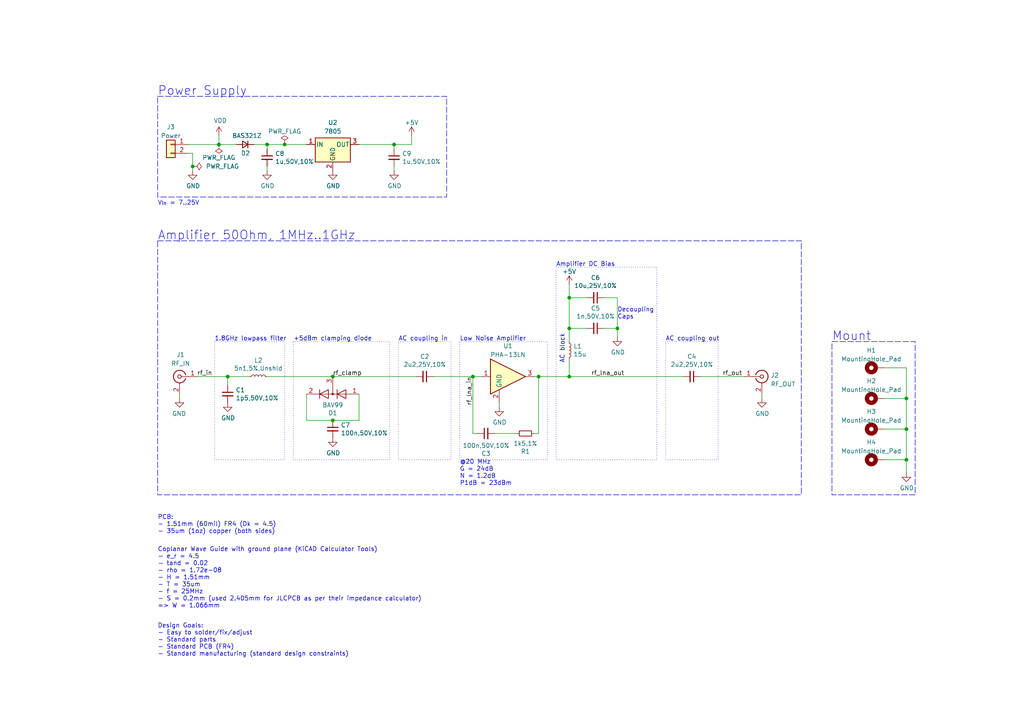
<source format=kicad_sch>
(kicad_sch (version 20230121) (generator eeschema)
  (paper "A4")
  (title_block (title "Low-noise RF Preamplifier") (date "2023-05-15") (rev "1") (company "ETH Zürich") (comment 1 "Maximilian Stabel") (comment 2 "https://www.minicircuits.com/pdfs/PHA-13LN+.pdf") (comment 3 "https://rflab.martinos.org/index.php?title=Low-noise_RF_Preamplifier") (comment 4 "Based on martinos rflab and recommended circuit"))
  (lib_symbols
    (symbol "Connector:Conn_Coaxial" (pin_names (offset 1.016) hide)
      (property "Reference" "J" (at 0.254 3.048 0))
      (property "Value" "Conn_Coaxial" (at 2.921 0 90))
      (symbol "Conn_Coaxial_0_1"
        (arc (start -1.778 -0.508) (mid 0.2311 -1.8066) (end 1.778 0) (stroke (width 0.254)))
        (polyline (pts (xy -2.54 0) (xy -0.508 0)))
        (polyline (pts (xy 0 -2.54) (xy 0 -1.778)))
        (circle (center 0 0) (radius 0.508) (stroke (width 0.2032)))
        (arc (start 1.778 0) (mid 0.2099 1.8101) (end -1.778 0.508) (stroke (width 0.254)))
      )
      (symbol "Conn_Coaxial_1_1"
        (pin passive line (at -5.08 0 0) (length 2.54) (name "In") (number "1"))
        (pin passive line (at 0 -5.08 90) (length 2.54) (name "Ext") (number "2"))
      )
    )
    (symbol "Connector_Generic:Conn_01x02" (pin_names (offset 1.016) hide)
      (property "Reference" "J" (at 0 2.54 0))
      (property "Value" "Conn_01x02" (at 0 -5.08 0))
      (symbol "Conn_01x02_1_1"
        (rectangle (start -1.27 -2.413) (end 0 -2.667) (stroke (width 0.1524)))
        (rectangle (start -1.27 0.127) (end 0 -0.127) (stroke (width 0.1524)))
        (rectangle (start -1.27 1.27) (end 1.27 -3.81) (stroke (width 0.254)) (fill (type background)))
        (pin passive line (at -5.08 0 0) (length 3.81) (name "Pin_1") (number "1"))
        (pin passive line (at -5.08 -2.54 0) (length 3.81) (name "Pin_2") (number "2"))
      )
    )
    (symbol "Device:C_Small" (pin_numbers hide) (pin_names (offset 0.254) hide)
      (property "Reference" "C" (at 0.254 1.778 0))
      (property "Value" "C_Small" (at 0.254 -2.032 0))
      (symbol "C_Small_0_1"
        (polyline (pts (xy -1.524 -0.508) (xy 1.524 -0.508)) (stroke (width 0.3302)))
        (polyline (pts (xy -1.524 0.508) (xy 1.524 0.508)) (stroke (width 0.3048)))
      )
      (symbol "C_Small_1_1"
        (pin passive line (at 0 2.54 270) (length 2.032) (name "~") (number "1"))
        (pin passive line (at 0 -2.54 90) (length 2.032) (name "~") (number "2"))
      )
    )
    (symbol "Device:D_Small" (pin_numbers hide) (pin_names (offset 0.254) hide)
      (property "Reference" "D" (at -1.27 2.032 0))
      (property "Value" "D_Small" (at -3.81 -2.032 0))
      (symbol "D_Small_0_1"
        (polyline (pts (xy -0.762 -1.016) (xy -0.762 1.016)) (stroke (width 0.254)))
        (polyline (pts (xy -0.762 0) (xy 0.762 0)))
        (polyline (pts (xy 0.762 -1.016) (xy -0.762 0) (xy 0.762 1.016) (xy 0.762 -1.016)) (stroke (width 0.254)))
      )
      (symbol "D_Small_1_1"
        (pin passive line (at -2.54 0 0) (length 1.778) (name "K") (number "1"))
        (pin passive line (at 2.54 0 180) (length 1.778) (name "A") (number "2"))
      )
    )
    (symbol "Device:L_Small" (pin_numbers hide) (pin_names (offset 0.254) hide)
      (property "Reference" "L" (at 0.762 1.016 0))
      (property "Value" "L_Small" (at 0.762 -1.016 0))
      (symbol "L_Small_0_1"
        (arc (start 0 -2.032) (mid 0.5058 -1.524) (end 0 -1.016))
        (arc (start 0 -1.016) (mid 0.5058 -0.508) (end 0 0))
        (arc (start 0 0) (mid 0.5058 0.508) (end 0 1.016))
        (arc (start 0 1.016) (mid 0.5058 1.524) (end 0 2.032))
      )
      (symbol "L_Small_1_1"
        (pin passive line (at 0 2.54 270) (length 0.508) (name "~") (number "1"))
        (pin passive line (at 0 -2.54 90) (length 0.508) (name "~") (number "2"))
      )
    )
    (symbol "Device:R_Small" (pin_numbers hide) (pin_names (offset 0.254) hide)
      (property "Reference" "R" (at 0.762 0.508 0))
      (property "Value" "R_Small" (at 0.762 -1.016 0))
      (symbol "R_Small_0_1"
        (rectangle (start -0.762 1.778) (end 0.762 -1.778) (stroke (width 0.2032)))
      )
      (symbol "R_Small_1_1"
        (pin passive line (at 0 2.54 270) (length 0.762) (name "~") (number "1"))
        (pin passive line (at 0 -2.54 90) (length 0.762) (name "~") (number "2"))
      )
    )
    (symbol "Diode:BAV99" (pin_names hide)
      (property "Reference" "D" (at 0 5.08 0))
      (property "Value" "BAV99" (at 0 2.54 0))
      (symbol "BAV99_0_1"
        (polyline (pts (xy -5.08 0) (xy 5.08 0)))
      )
      (symbol "BAV99_1_1"
        (polyline (pts (xy 0 0) (xy 0 -2.54)))
        (polyline (pts (xy -1.27 -1.27) (xy -1.27 1.27) (xy -1.27 1.27)) (stroke (width 0.2032)))
        (polyline (pts (xy 3.81 1.27) (xy 3.81 -1.27) (xy 3.81 -1.27)) (stroke (width 0.2032)))
        (polyline (pts (xy -3.81 1.27) (xy -1.27 0) (xy -3.81 -1.27) (xy -3.81 1.27) (xy -3.81 1.27) (xy -3.81 1.27)) (stroke (width 0.2032)))
        (polyline (pts (xy 1.27 1.27) (xy 3.81 0) (xy 1.27 -1.27) (xy 1.27 1.27) (xy 1.27 1.27) (xy 1.27 1.27)) (stroke (width 0.2032)))
        (circle (center 0 0) (radius 0.254) (fill (type outline)))
        (pin passive line (at -7.62 0 0) (length 2.54) (name "K") (number "1"))
        (pin passive line (at 7.62 0 180) (length 2.54) (name "A") (number "2"))
        (pin passive line (at 0 -5.08 90) (length 2.54) (name "K") (number "3"))
      )
    )
    (symbol "Mechanical:MountingHole_Pad" (pin_numbers hide) (pin_names (offset 1.016) hide)
      (property "Reference" "H" (at 0 6.35 0))
      (property "Value" "MountingHole_Pad" (at 0 4.445 0))
      (symbol "MountingHole_Pad_0_1"
        (circle (center 0 1.27) (radius 1.27) (stroke (width 1.27)))
      )
      (symbol "MountingHole_Pad_1_1"
        (pin input line (at 0 -2.54 90) (length 2.54) (name "1") (number "1"))
      )
    )
    (symbol "RF_Amplifier:PHA-13LN"
      (property "Reference" "U" (at -1.27 7.62 0))
      (property "Value" "PHA-13LN" (at 2.54 5.08 0))
      (symbol "PHA-13LN_0_1"
        (polyline (pts (xy 5.08 0) (xy -5.08 5.08) (xy -5.08 -5.08) (xy 5.08 0)) (stroke (width 0.254)) (fill (type background)))
      )
      (symbol "PHA-13LN_1_1"
        (pin input line (at -7.62 0 0) (length 2.54) (name "~") (number "1"))
        (pin power_in line (at -2.54 -7.62 90) (length 3.81) (name "GND") (number "2"))
        (pin output line (at 7.62 0 180) (length 2.54) (name "~") (number "3"))
      )
    )
    (symbol "Regulator_Linear:L7805" (pin_names (offset 0.254))
      (property "Reference" "U" (at -3.81 3.175 0))
      (property "Value" "L7805" (at 0 3.175 0))
      (symbol "L7805_0_1"
        (rectangle (start -5.08 1.905) (end 5.08 -5.08) (stroke (width 0.254)) (fill (type background)))
      )
      (symbol "L7805_1_1"
        (pin power_in line (at -7.62 0 0) (length 2.54) (name "IN") (number "1"))
        (pin power_in line (at 0 -7.62 90) (length 2.54) (name "GND") (number "2"))
        (pin power_out line (at 7.62 0 180) (length 2.54) (name "OUT") (number "3"))
      )
    )
    (symbol "power:+5V" (power) (pin_names (offset 0))
      (property "Value" "+5V" (at 0 3.556 0))
      (symbol "+5V_0_1"
        (polyline (pts (xy -0.762 1.27) (xy 0 2.54)))
        (polyline (pts (xy 0 0) (xy 0 2.54)))
        (polyline (pts (xy 0 2.54) (xy 0.762 1.27)))
      )
      (symbol "+5V_1_1"
        (pin power_in line (at 0 0 90) (length 0) hide (name "+5V") (number "1"))
      )
    )
    (symbol "power:GND" (power) (pin_names (offset 0))
      (property "Value" "GND" (at 0 -3.81 0))
      (symbol "GND_0_1"
        (polyline (pts (xy 0 0) (xy 0 -1.27) (xy 1.27 -1.27) (xy 0 -2.54) (xy -1.27 -1.27) (xy 0 -1.27)))
      )
      (symbol "GND_1_1"
        (pin power_in line (at 0 0 270) (length 0) hide (name "GND") (number "1"))
      )
    )
    (symbol "power:PWR_FLAG" (power) (pin_numbers hide) (pin_names (offset 0) hide)
      (property "Value" "PWR_FLAG" (at 0 3.81 0))
      (symbol "PWR_FLAG_0_0"
        (pin power_out line (at 0 0 90) (length 0) (name "pwr") (number "1"))
      )
      (symbol "PWR_FLAG_0_1"
        (polyline (pts (xy 0 0) (xy 0 1.27) (xy -1.016 1.905) (xy 0 2.54) (xy 1.016 1.905) (xy 0 1.27)))
      )
    )
    (symbol "power:VDD" (power) (pin_names (offset 0))
      (property "Value" "VDD" (at 0 3.81 0))
      (symbol "VDD_0_1"
        (polyline (pts (xy -0.762 1.27) (xy 0 2.54)))
        (polyline (pts (xy 0 0) (xy 0 2.54)))
        (polyline (pts (xy 0 2.54) (xy 0.762 1.27)))
      )
      (symbol "VDD_1_1"
        (pin power_in line (at 0 0 90) (length 0) hide (name "VDD") (number "1"))
      )
    )
  )
  (junction (at 165.1 109.22))
  (junction (at 262.89 115.57))
  (junction (at 96.52 109.22))
  (junction (at 82.55 41.91))
  (junction (at 77.47 41.91))
  (junction (at 179.07 95.25))
  (junction (at 137.16 109.22))
  (junction (at 165.1 95.25))
  (junction (at 156.21 109.22))
  (junction (at 55.88 48.26))
  (junction (at 262.89 133.35))
  (junction (at 66.04 109.22))
  (junction (at 262.89 124.46))
  (junction (at 96.52 121.92))
  (junction (at 114.3 41.91))
  (junction (at 165.1 86.36))
  (junction (at 63.5 41.91))
  (wire (pts (xy 63.5 39.37) (xy 63.5 41.91)))
  (wire (pts (xy 156.21 125.73) (xy 156.21 109.22)))
  (wire (pts (xy 203.2 109.22) (xy 215.9 109.22)))
  (wire (pts (xy 179.07 86.36) (xy 179.07 95.25)))
  (wire (pts (xy 165.1 99.06) (xy 165.1 95.25)))
  (wire (pts (xy 262.89 106.68) (xy 262.89 115.57)))
  (wire (pts (xy 96.52 121.92) (xy 88.9 121.92)))
  (wire (pts (xy 96.52 109.22) (xy 120.65 109.22)))
  (wire (pts (xy 165.1 109.22) (xy 198.12 109.22)))
  (wire (pts (xy 66.04 109.22) (xy 66.04 111.76)))
  (wire (pts (xy 165.1 86.36) (xy 170.18 86.36)))
  (wire (pts (xy 256.54 133.35) (xy 262.89 133.35)))
  (wire (pts (xy 125.73 109.22) (xy 137.16 109.22)))
  (wire (pts (xy 137.16 109.22) (xy 139.7 109.22)))
  (wire (pts (xy 165.1 109.22) (xy 156.21 109.22)))
  (wire (pts (xy 220.98 114.3) (xy 220.98 115.57)))
  (wire (pts (xy 138.43 125.73) (xy 137.16 125.73)))
  (wire (pts (xy 262.89 115.57) (xy 262.89 124.46)))
  (wire (pts (xy 77.47 49.53) (xy 77.47 48.26)))
  (wire (pts (xy 82.55 41.91) (xy 88.9 41.91)))
  (wire (pts (xy 114.3 49.53) (xy 114.3 48.26)))
  (wire (pts (xy 165.1 95.25) (xy 170.18 95.25)))
  (wire (pts (xy 165.1 104.14) (xy 165.1 109.22)))
  (wire (pts (xy 77.47 43.18) (xy 77.47 41.91)))
  (wire (pts (xy 165.1 82.55) (xy 165.1 86.36)))
  (wire (pts (xy 256.54 115.57) (xy 262.89 115.57)))
  (wire (pts (xy 144.78 118.11) (xy 144.78 116.84)))
  (wire (pts (xy 143.51 125.73) (xy 149.86 125.73)))
  (wire (pts (xy 63.5 41.91) (xy 68.58 41.91)))
  (wire (pts (xy 256.54 106.68) (xy 262.89 106.68)))
  (wire (pts (xy 119.38 41.91) (xy 114.3 41.91)))
  (wire (pts (xy 55.88 48.26) (xy 55.88 44.45)))
  (wire (pts (xy 179.07 95.25) (xy 179.07 97.79)))
  (wire (pts (xy 175.26 86.36) (xy 179.07 86.36)))
  (wire (pts (xy 57.15 109.22) (xy 66.04 109.22)))
  (wire (pts (xy 156.21 109.22) (xy 154.94 109.22)))
  (wire (pts (xy 73.66 41.91) (xy 77.47 41.91)))
  (wire (pts (xy 154.94 125.73) (xy 156.21 125.73)))
  (wire (pts (xy 119.38 39.37) (xy 119.38 41.91)))
  (wire (pts (xy 114.3 43.18) (xy 114.3 41.91)))
  (wire (pts (xy 137.16 125.73) (xy 137.16 109.22)))
  (wire (pts (xy 77.47 109.22) (xy 96.52 109.22)))
  (wire (pts (xy 52.07 114.3) (xy 52.07 115.57)))
  (wire (pts (xy 66.04 109.22) (xy 72.39 109.22)))
  (wire (pts (xy 77.47 41.91) (xy 82.55 41.91)))
  (wire (pts (xy 104.14 114.3) (xy 104.14 121.92)))
  (wire (pts (xy 262.89 133.35) (xy 262.89 137.16)))
  (wire (pts (xy 165.1 95.25) (xy 165.1 86.36)))
  (wire (pts (xy 262.89 124.46) (xy 262.89 133.35)))
  (wire (pts (xy 88.9 121.92) (xy 88.9 114.3)))
  (wire (pts (xy 175.26 95.25) (xy 179.07 95.25)))
  (wire (pts (xy 55.88 44.45) (xy 54.61 44.45)))
  (wire (pts (xy 104.14 41.91) (xy 114.3 41.91)))
  (wire (pts (xy 104.14 121.92) (xy 96.52 121.92)))
  (wire (pts (xy 54.61 41.91) (xy 63.5 41.91)))
  (wire (pts (xy 55.88 49.53) (xy 55.88 48.26)))
  (wire (pts (xy 256.54 124.46) (xy 262.89 124.46)))
  (rectangle (start 62.23 99.06) (end 82.55 133.35) (stroke (width 0) (type dot)))
  (rectangle (start 115.57 99.06) (end 130.81 133.35) (stroke (width 0) (type dot)))
  (rectangle (start 85.09 99.06) (end 113.03 133.35) (stroke (width 0) (type dot)))
  (rectangle (start 45.72 69.85) (end 232.41 143.51) (stroke (width 0) (type dash)))
  (rectangle (start 193.04 99.06) (end 208.28 133.35) (stroke (width 0) (type dot)))
  (rectangle (start 241.3 99.06) (end 265.43 143.51) (stroke (width 0) (type dash)))
  (rectangle (start 161.29 77.47) (end 190.5 133.35) (stroke (width 0) (type dot)))
  (rectangle (start 133.35 99.06) (end 158.75 133.35) (stroke (width 0) (type dot)))
  (rectangle (start 45.72 27.94) (end 129.54 57.15) (stroke (width 0) (type dash)))
  (text "Design Goals:\n- Easy to solder/fix/adjust\n- Standard parts\n- Standard PCB (FR4)\n- Standard manufacturing (standard design constraints)" (at 45.72 190.5 0) (effects (font (size 1.27 1.27)) (justify left bottom)))
  (text "Amplifier 50Ohm, 1MHz..1GHz" (at 45.72 69.85 0) (effects (font (size 2.54 2.54)) (justify left bottom)))
  (text "Amplifier DC Bias" (at 161.29 77.47 0) (effects (font (size 1.27 1.27)) (justify left bottom)))
  (text "V_{in} = 7..25V" (at 45.72 59.69 0) (effects (font (size 1.27 1.27)) (justify left bottom)))
  (text "+5dBm clamping diode" (at 85.09 99.06 0) (effects (font (size 1.27 1.27)) (justify left bottom)))
  (text "@20 MHz\nG = 24dB\nN = 1.2dB\nP1dB = 23dBm\n" (at 133.35 140.97 0) (effects (font (size 1.27 1.27)) (justify left bottom)))
  (text "AC block" (at 163.83 105.41 90) (effects (font (size 1.27 1.27)) (justify left bottom)))
  (text "AC coupling in" (at 115.57 99.06 0) (effects (font (size 1.27 1.27)) (justify left bottom)))
  (text "Low Noise Amplifier" (at 133.35 99.06 0) (effects (font (size 1.27 1.27)) (justify left bottom)))
  (text "Decoupling\nCaps" (at 179.07 92.71 0) (effects (font (size 1.27 1.27)) (justify left bottom)))
  (text "Power Supply" (at 45.72 27.94 0) (effects (font (size 2.54 2.54)) (justify left bottom)))
  (text "AC coupling out" (at 193.04 99.06 0) (effects (font (size 1.27 1.27)) (justify left bottom)))
  (text "1.8GHz lowpass filter" (at 62.23 99.06 0) (effects (font (size 1.27 1.27)) (justify left bottom)))
  (text "Mount" (at 241.3 99.06 0) (effects (font (size 2.54 2.54)) (justify left bottom)))
  (text "PCB:\n- 1.51mm (60mil) FR4 (Dk = 4.5)\n- 35um (1oz) copper (both sides)" (at 45.72 154.94 0) (effects (font (size 1.27 1.27)) (justify left bottom)))
  (text "Coplanar Wave Guide with ground plane (KiCAD Calculator Tools)\n- e_r = 4.5\n- tand = 0.02\n- rho = 1.72e-08\n- H = 1.51mm\n- T = 35um\n- f = 25MHz\n- S = 0.2mm (used 2.405mm for JLCPCB as per their impedance calculator)\n=> W = 1.066mm" (at 45.72 176.53 0) (effects (font (size 1.27 1.27)) (justify left bottom)))
  (label "rf_lna_in" (at 137.16 109.22 270))
  (label "rf_clamp" (at 96.52 109.22 0))
  (label "rf_lna_out" (at 171.45 109.22 0))
  (label "rf_in" (at 57.15 109.22 0))
  (label "rf_out" (at 209.55 109.22 0))
  (symbol (lib_id "power:GND") (at 144.78 118.11 0) (unit 1)
    (property "Reference" "#PWR0101" (effects hide))
    (property "Value" "GND" (at 144.907 122.5042 0))
  )
  (symbol (lib_id "Device:C_Small") (at 140.97 125.73 90) (unit 1)
    (property "Reference" "C3" (at 140.97 131.5466 90))
    (property "Value" "100n,50V,10%" (at 140.97 129.2352 90))
    (property "Footprint" "Capacitor_SMD:C_0805_2012Metric" (effects hide))
    (property "Datasheet" "https://www.mouser.ch/datasheet/2/585/MLCC-1837944.pdf" (effects hide))
    (property "MPN" "CL21B104KBCNNNC" (effects hide))
    (property "Mouser" "187-CL21B104KBCNNNC" (effects hide))
  )
  (symbol (lib_id "Device:R_Small") (at 152.4 125.73 90) (unit 1)
    (property "Reference" "R1" (at 152.4 130.937 90))
    (property "Value" "1k5,1%" (at 152.4 128.6256 90))
    (property "Footprint" "Resistor_SMD:R_0805_2012Metric" (effects hide))
    (property "Datasheet" "https://www.mouser.ch/datasheet/2/447/PYu_RT_1_to_0_01_RoHS_L_12-3003070.pdf" (effects hide))
    (property "MPN" "RT0805FRE101K5L" (effects hide))
    (property "Mouser" "603-RT0805FRE101K5L" (effects hide))
  )
  (symbol (lib_id "Device:C_Small") (at 123.19 109.22 270) (unit 1)
    (property "Reference" "C2" (at 123.19 103.4034 90))
    (property "Value" "2u2,25V,10%" (at 123.19 105.7148 90))
    (property "Footprint" "Capacitor_SMD:C_0805_2012Metric" (effects hide))
    (property "Datasheet" "https://www.mouser.ch/datasheet/2/585/MLCC-1837944.pdf" (effects hide))
    (property "MPN" "CL21A225KAFNNNG" (effects hide))
    (property "Mouser" "187-CL21A225KAFNNNG" (effects hide))
  )
  (symbol (lib_id "Device:C_Small") (at 66.04 114.3 0) (unit 1)
    (property "Reference" "C1" (at 68.3768 113.1316 0) (effects (justify left)))
    (property "Value" "1p5,50V,10%" (at 68.3768 115.443 0) (effects (justify left)))
    (property "Footprint" "Capacitor_SMD:C_0805_2012Metric" (effects hide))
    (property "Datasheet" "https://www.mouser.ch/datasheet/2/447/UPY_NP0X5R_01005_4V_to_25V_V10-3003057.pdf" (effects hide))
    (property "MPN" "CC0805BRNPO9BN1R5" (effects hide))
    (property "Mouser" "603-CC805BRNPO9BN1R5" (effects hide))
  )
  (symbol (lib_id "Device:C_Small") (at 172.72 86.36 270) (unit 1)
    (property "Reference" "C6" (at 172.72 80.5434 90))
    (property "Value" "10u,25V,10%" (at 172.72 82.8548 90))
    (property "Footprint" "Capacitor_SMD:C_0805_2012Metric" (effects hide))
    (property "Datasheet" "https://www.mouser.ch/datasheet/2/585/MLCC-1837944.pdf" (effects hide))
    (property "MPN" "CL21A106KAYNNNG" (effects hide))
    (property "Mouser" "187-CL21A106KAYNNNG" (effects hide))
  )
  (symbol (lib_id "Device:C_Small") (at 172.72 95.25 270) (unit 1)
    (property "Reference" "C5" (at 172.72 89.4334 90))
    (property "Value" "1n,50V,10%" (at 172.72 91.7448 90))
    (property "Footprint" "Capacitor_SMD:C_0805_2012Metric" (effects hide))
    (property "Datasheet" "https://www.mouser.ch/datasheet/2/585/MLCC-1837944.pdf" (effects hide))
    (property "MPN" "CL21B102KBANFNC" (effects hide))
    (property "Mouser" "187-CL21B102KBANFNC" (effects hide))
  )
  (symbol (lib_id "Device:C_Small") (at 200.66 109.22 270) (unit 1)
    (property "Reference" "C4" (at 200.66 103.4034 90))
    (property "Value" "2u2,25V,10%" (at 200.66 105.7148 90))
    (property "Footprint" "Capacitor_SMD:C_0805_2012Metric" (effects hide))
    (property "Datasheet" "https://www.mouser.ch/datasheet/2/585/MLCC-1837944.pdf" (effects hide))
    (property "MPN" "CL21A225KAFNNNG" (effects hide))
    (property "Mouser" "187-CL21A225KAFNNNG" (effects hide))
  )
  (symbol (lib_id "Device:L_Small") (at 165.1 101.6 0) (unit 1)
    (property "Reference" "L1" (at 166.3192 100.4316 0) (effects (justify left)))
    (property "Value" "15u" (at 166.3192 102.743 0) (effects (justify left)))
    (property "Footprint" "Inductor_SMD:L_0805_2012Metric" (effects hide))
    (property "Datasheet" "https://www.bourns.com/docs/Product-Datasheets/CV201210.pdf" (effects hide))
    (property "MPN" "CV201210-150K " (effects hide))
    (property "Mouser" "652-CV201210-150K" (effects hide))
    (property "DigiKey" "CV201210-150K-ND" (effects hide))
  )
  (symbol (lib_id "power:GND") (at 179.07 97.79 0) (unit 1)
    (property "Reference" "#PWR0102" (effects hide))
    (property "Value" "GND" (at 179.197 102.1842 0))
  )
  (symbol (lib_id "power:VDD") (at 63.5 39.37 0) (unit 1)
    (property "Reference" "#PWR0103" (effects hide))
    (property "Value" "VDD" (at 63.881 34.9758 0))
  )
  (symbol (lib_id "Device:L_Small") (at 74.93 109.22 90) (unit 1)
    (property "Reference" "L2" (at 74.93 104.521 90))
    (property "Value" "5n1,5%,Unshld" (at 74.93 106.8324 90))
    (property "Footprint" "Inductor_SMD:L_0805_2012Metric" (effects hide))
    (property "Datasheet" "https://www.mouser.ch/datasheet/2/597/0805ht-270663.pdf" (effects hide))
    (property "MPN" "0805HT-5N1TJLC " (effects hide))
    (property "Mouser" "994-0805HT-5N1TJLC " (effects hide))
  )
  (symbol (lib_id "power:GND") (at 66.04 116.84 0) (unit 1)
    (property "Reference" "#PWR0104" (effects hide))
    (property "Value" "GND" (at 66.167 121.2342 0))
  )
  (symbol (lib_id "RF_Amplifier:PHA-13LN") (at 147.32 109.22 0) (unit 1)
    (property "Reference" "U1" (at 147.32 100.33 0))
    (property "Value" "PHA-13LN" (at 147.32 102.87 0))
    (property "Footprint" "Package_TO_SOT_SMD:SOT-89-3_Handsoldering" (effects hide))
    (property "Datasheet" "https://www.minicircuits.com/pdfs/PHA-13LN+.pdf" (effects hide))
    (property "Mouser" "139-PHA-13LN " (effects hide))
    (property "MPN" "PHA-13LN+" (effects hide))
    (property "DigiKey" "3157-PHA-13LN+CT-ND" (effects hide))
  )
  (symbol (lib_id "Diode:BAV99") (at 96.52 114.3 180) (unit 1)
    (property "Reference" "D1" (at 96.52 119.7864 0))
    (property "Value" "BAV99" (at 96.52 117.475 0))
    (property "Footprint" "Package_TO_SOT_SMD:SOT-23" (effects hide))
    (property "Datasheet" "https://assets.nexperia.com/documents/data-sheet/BAV99_SER.pdf" (effects hide))
    (property "MPN" "BAV99" (effects hide))
    (property "Mouser" "583-BAV99" (effects hide))
    (property "DigiKey" "1727-4830-1-ND" (effects hide))
  )
  (symbol (lib_id "Device:C_Small") (at 96.52 124.46 0) (unit 1)
    (property "Reference" "C7" (at 98.8568 123.2916 0) (effects (justify left)))
    (property "Value" "100n,50V,10%" (at 98.8568 125.603 0) (effects (justify left)))
    (property "Footprint" "Capacitor_SMD:C_0805_2012Metric" (effects hide))
    (property "Datasheet" "https://www.mouser.ch/datasheet/2/585/MLCC-1837944.pdf" (effects hide))
    (property "MPN" "CL21B104KBCNNNC" (effects hide))
    (property "Mouser" "187-CL21B104KBCNNNC" (effects hide))
  )
  (symbol (lib_id "power:GND") (at 96.52 127 0) (unit 1)
    (property "Reference" "#PWR0105" (effects hide))
    (property "Value" "GND" (at 96.647 131.3942 0))
  )
  (symbol (lib_id "Device:D_Small") (at 71.12 41.91 180) (unit 1)
    (property "Reference" "D2" (at 69.85 44.45 0) (effects (justify right)))
    (property "Value" "BAS321Z" (at 67.31 39.37 0) (effects (justify right)))
    (property "Footprint" "Diode_SMD:D_SOD-323_HandSoldering" (effects hide))
    (property "Datasheet" "https://rocelec.widen.net/view/pdf/ofhvo8bugp/NEXP-S-A0003060012-1.pdf" (effects hide))
    (property "MPN" "BAS321Z " (effects hide))
    (property "Mouser" "771-BAS321Z " (effects hide))
    (property "DigiKey" "1727-BAS321ZCT-ND" (effects hide))
  )
  (symbol (lib_id "power:GND") (at 96.52 49.53 0) (unit 1)
    (property "Reference" "#PWR0106" (effects hide))
    (property "Value" "GND" (at 96.647 53.9242 0))
  )
  (symbol (lib_id "Device:C_Small") (at 77.47 45.72 0) (unit 1)
    (property "Reference" "C8" (at 79.8068 44.5516 0) (effects (justify left)))
    (property "Value" "1u,50V,10%" (at 79.8068 46.863 0) (effects (justify left)))
    (property "Footprint" "Capacitor_SMD:C_0805_2012Metric" (effects hide))
    (property "Datasheet" "https://www.mouser.ch/datasheet/2/585/MLCC-1837944.pdf" (effects hide))
    (property "MPN" "CL21B105KBFNNNG" (effects hide))
    (property "Mouser" "187-CL21B105KBFNNNG" (effects hide))
  )
  (symbol (lib_id "Device:C_Small") (at 114.3 45.72 0) (unit 1)
    (property "Reference" "C9" (at 116.6368 44.5516 0) (effects (justify left)))
    (property "Value" "1u,50V,10%" (at 116.6368 46.863 0) (effects (justify left)))
    (property "Footprint" "Capacitor_SMD:C_0805_2012Metric" (effects hide))
    (property "Datasheet" "https://www.mouser.ch/datasheet/2/585/MLCC-1837944.pdf" (effects hide))
    (property "MPN" "CL21B105KBFNNNG" (effects hide))
    (property "Mouser" "187-CL21B105KBFNNNG" (effects hide))
  )
  (symbol (lib_id "power:GND") (at 114.3 49.53 0) (unit 1)
    (property "Reference" "#PWR0107" (effects hide))
    (property "Value" "GND" (at 114.427 53.9242 0))
  )
  (symbol (lib_id "power:GND") (at 77.47 49.53 0) (unit 1)
    (property "Reference" "#PWR0108" (effects hide))
    (property "Value" "GND" (at 77.597 53.9242 0))
  )
  (symbol (lib_id "power:PWR_FLAG") (at 63.5 41.91 180) (unit 1)
    (property "Reference" "#FLG01" (effects hide))
    (property "Value" "PWR_FLAG" (at 63.5 45.72 0))
  )
  (symbol (lib_id "power:GND") (at 262.89 137.16 0) (unit 1)
    (property "Reference" "#PWR03" (effects hide))
    (property "Value" "GND" (at 263.017 141.5542 0))
  )
  (symbol (lib_id "Mechanical:MountingHole_Pad") (at 254 106.68 90) (unit 1) (in_bom no)
    (property "Reference" "H1" (at 252.73 101.6 90))
    (property "Value" "MountingHole_Pad" (at 252.73 104.14 90))
    (property "Footprint" "MountingHole:MountingHole_2.2mm_M2_Pad_Via" (effects hide))
  )
  (symbol (lib_id "power:+5V") (at 119.38 39.37 0) (unit 1)
    (property "Reference" "#PWR01" (effects hide))
    (property "Value" "+5V" (at 119.38 35.56 0))
  )
  (symbol (lib_id "power:+5V") (at 165.1 82.55 0) (unit 1)
    (property "Reference" "#PWR02" (effects hide))
    (property "Value" "+5V" (at 165.1 78.74 0))
  )
  (symbol (lib_id "power:PWR_FLAG") (at 55.88 48.26 270) (unit 1)
    (property "Reference" "#FLG03" (effects hide))
    (property "Value" "PWR_FLAG" (at 59.69 48.26 90) (effects (justify left)))
  )
  (symbol (lib_id "power:GND") (at 52.07 115.57 0) (mirror y) (unit 1)
    (property "Reference" "#PWR05" (effects hide))
    (property "Value" "GND" (at 51.943 119.9642 0))
  )
  (symbol (lib_id "Mechanical:MountingHole_Pad") (at 254 133.35 90) (unit 1) (in_bom no)
    (property "Reference" "H4" (at 252.73 128.27 90))
    (property "Value" "MountingHole_Pad" (at 252.73 130.81 90))
    (property "Footprint" "MountingHole:MountingHole_2.2mm_M2_Pad_Via" (effects hide))
  )
  (symbol (lib_id "Connector:Conn_Coaxial") (at 52.07 109.22 0) (mirror y) (unit 1)
    (property "Reference" "J1" (at 52.3874 102.87 0))
    (property "Value" "RF_IN" (at 52.3874 105.41 0))
    (property "Footprint" "Connector_Coaxial:SMA_Molex_73251-1153_EdgeMount_Horizontal" (effects hide))
    (property "Datasheet" "https://www.farnell.com/datasheets/2048997.pdf" (effects hide))
    (property "MPN" "142-0701-851" (effects hide))
    (property "Mouser" "530-142-0701-851 " (effects hide))
  )
  (symbol (lib_id "Connector_Generic:Conn_01x02") (at 49.53 41.91 0) (mirror y) (unit 1)
    (property "Reference" "J3" (at 49.53 36.83 0))
    (property "Value" "Power" (at 49.53 39.37 0))
    (property "Footprint" "Connector_PinHeader_2.54mm:PinHeader_1x02_P2.54mm_Vertical" (effects hide))
    (property "MPN" "68491-102HLF " (effects hide))
    (property "Mouser" "649-68491-102HLF" (effects hide))
  )
  (symbol (lib_id "power:PWR_FLAG") (at 82.55 41.91 0) (unit 1)
    (property "Reference" "#FLG02" (effects hide))
    (property "Value" "PWR_FLAG" (at 82.55 38.1 0))
  )
  (symbol (lib_id "power:GND") (at 55.88 49.53 0) (unit 1)
    (property "Reference" "#PWR06" (effects hide))
    (property "Value" "GND" (at 56.007 53.9242 0))
  )
  (symbol (lib_id "Mechanical:MountingHole_Pad") (at 254 115.57 90) (unit 1) (in_bom no)
    (property "Reference" "H2" (at 252.73 110.49 90))
    (property "Value" "MountingHole_Pad" (at 252.73 113.03 90))
    (property "Footprint" "MountingHole:MountingHole_2.2mm_M2_Pad_Via" (effects hide))
  )
  (symbol (lib_id "Regulator_Linear:L7805") (at 96.52 41.91 0) (unit 1)
    (property "Reference" "U2" (at 96.52 35.56 0))
    (property "Value" "7805" (at 96.52 38.1 0))
    (property "Footprint" "Package_TO_SOT_SMD:SOT-223-3_TabPin2" (effects hide))
    (property "Datasheet" "https://www.ti.com/lit/ds/symlink/ua78m.pdf" (effects hide))
    (property "MPN" "UA78M05IDCYR" (effects hide))
    (property "Mouser" "595-UA78M05IDCYR" (effects hide))
  )
  (symbol (lib_id "Mechanical:MountingHole_Pad") (at 254 124.46 90) (unit 1) (in_bom no)
    (property "Reference" "H3" (at 252.73 119.38 90))
    (property "Value" "MountingHole_Pad" (at 252.73 121.92 90))
    (property "Footprint" "MountingHole:MountingHole_2.2mm_M2_Pad_Via" (effects hide))
  )
  (symbol (lib_id "Connector:Conn_Coaxial") (at 220.98 109.22 0) (unit 1)
    (property "Reference" "J2" (at 223.52 108.8782 0) (effects (justify left)))
    (property "Value" "RF_OUT" (at 223.52 111.4182 0) (effects (justify left)))
    (property "Footprint" "Connector_Coaxial:SMA_Molex_73251-1153_EdgeMount_Horizontal" (effects hide))
    (property "Datasheet" " ~" (effects hide))
    (property "MPN" "142-0701-851" (effects hide))
    (property "Mouser" "530-142-0701-851 " (effects hide))
  )
  (symbol (lib_id "power:GND") (at 220.98 115.57 0) (unit 1)
    (property "Reference" "#PWR04" (effects hide))
    (property "Value" "GND" (at 221.107 119.9642 0))
  )
)
</source>
